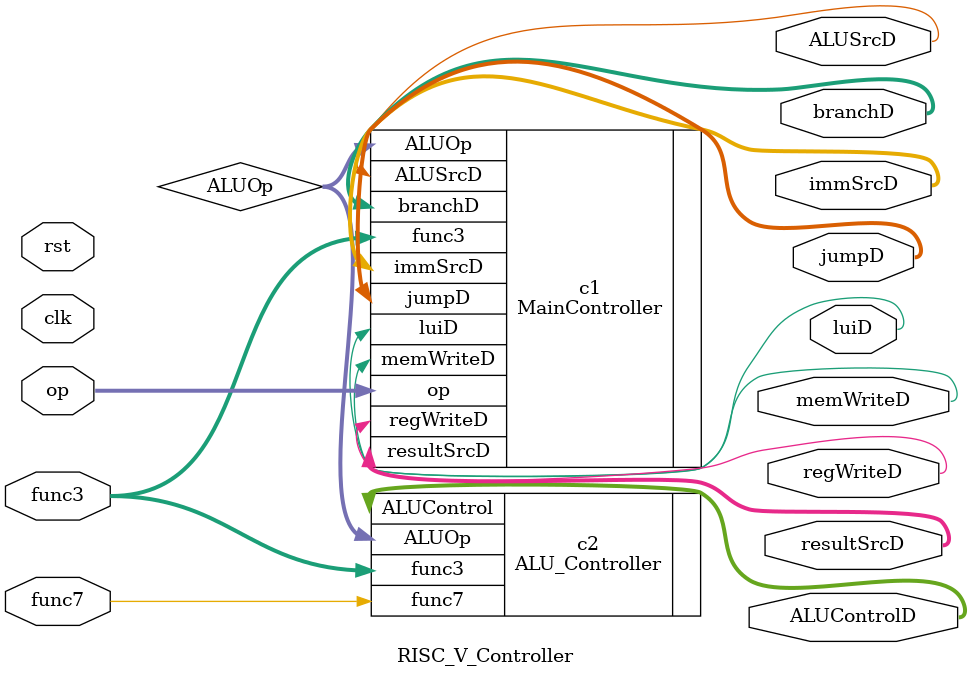
<source format=v>
module RISC_V_Controller(input [6:0] op, input [2:0] func3,
                         input clk, rst, func7,
                         output ALUSrcD, memWriteD, regWriteD, luiD,
                         output [1:0] resultSrcD, jumpD,
                         output [2:0] ALUControlD, immSrcD,branchD);

    wire [1:0] ALUOp;

    MainController c1(
        .op(op), .func3(func3), .regWriteD(regWriteD), 
        .resultSrcD(resultSrcD), .memWriteD(memWriteD),
        .jumpD(jumpD), .branchD(branchD), .ALUOp(ALUOp), 
        .ALUSrcD(ALUSrcD), .immSrcD(immSrcD), .luiD(luiD)
    );
    
    ALU_Controller c2(
        .func3(func3), .func7(func7), .ALUOp(ALUOp), 
        .ALUControl(ALUControlD)
    );
    
    
endmodule

</source>
